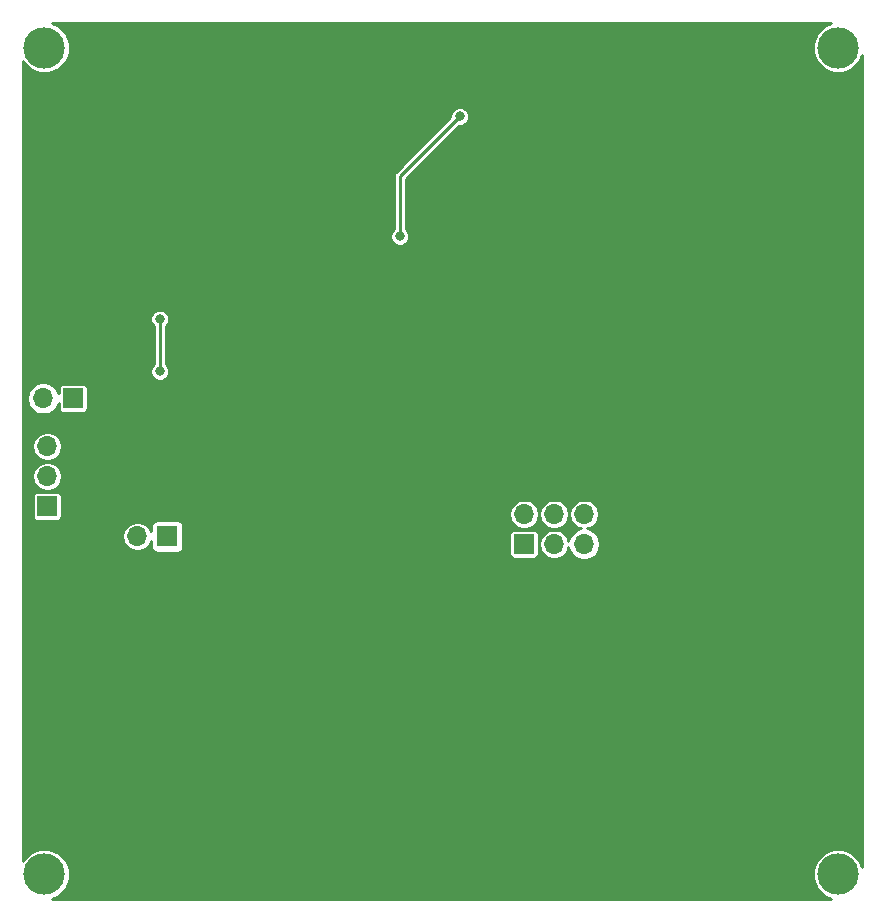
<source format=gbl>
G04 #@! TF.GenerationSoftware,KiCad,Pcbnew,5.0.2-bee76a0~70~ubuntu18.04.1*
G04 #@! TF.CreationDate,2018-12-13T21:58:58+02:00*
G04 #@! TF.ProjectId,component_tester_adapter,636f6d70-6f6e-4656-9e74-5f7465737465,rev?*
G04 #@! TF.SameCoordinates,Original*
G04 #@! TF.FileFunction,Copper,L2,Bot*
G04 #@! TF.FilePolarity,Positive*
%FSLAX46Y46*%
G04 Gerber Fmt 4.6, Leading zero omitted, Abs format (unit mm)*
G04 Created by KiCad (PCBNEW 5.0.2-bee76a0~70~ubuntu18.04.1) date Thu 13 Dec 2018 09:58:58 PM EET*
%MOMM*%
%LPD*%
G01*
G04 APERTURE LIST*
G04 #@! TA.AperFunction,ComponentPad*
%ADD10O,1.700000X1.700000*%
G04 #@! TD*
G04 #@! TA.AperFunction,ComponentPad*
%ADD11R,1.700000X1.700000*%
G04 #@! TD*
G04 #@! TA.AperFunction,ViaPad*
%ADD12C,3.500000*%
G04 #@! TD*
G04 #@! TA.AperFunction,ViaPad*
%ADD13C,0.800000*%
G04 #@! TD*
G04 #@! TA.AperFunction,ViaPad*
%ADD14C,1.200000*%
G04 #@! TD*
G04 #@! TA.AperFunction,Conductor*
%ADD15C,0.250000*%
G04 #@! TD*
G04 #@! TA.AperFunction,Conductor*
%ADD16C,0.254000*%
G04 #@! TD*
G04 APERTURE END LIST*
D10*
G04 #@! TO.P,J3,2*
G04 #@! TO.N,Net-(J3-Pad2)*
X142875000Y-85725000D03*
D11*
G04 #@! TO.P,J3,1*
G04 #@! TO.N,GND*
X145415000Y-85725000D03*
G04 #@! TD*
G04 #@! TO.P,J4,1*
G04 #@! TO.N,+9V*
X137455000Y-74040000D03*
D10*
G04 #@! TO.P,J4,2*
G04 #@! TO.N,GND*
X134915000Y-74040000D03*
G04 #@! TD*
D11*
G04 #@! TO.P,SW1,1*
G04 #@! TO.N,Net-(SW1-Pad1)*
X135255000Y-83185000D03*
D10*
G04 #@! TO.P,SW1,2*
G04 #@! TO.N,Net-(J3-Pad2)*
X135255000Y-80645000D03*
G04 #@! TO.P,SW1,3*
G04 #@! TO.N,+BATT*
X135255000Y-78105000D03*
G04 #@! TD*
D11*
G04 #@! TO.P,J2,1*
G04 #@! TO.N,Net-(C1-Pad1)*
X175635000Y-86380000D03*
D10*
G04 #@! TO.P,J2,2*
G04 #@! TO.N,Net-(J2-Pad2)*
X175635000Y-83840000D03*
G04 #@! TO.P,J2,3*
G04 #@! TO.N,Net-(J2-Pad3)*
X178175000Y-86380000D03*
G04 #@! TO.P,J2,4*
G04 #@! TO.N,Net-(J2-Pad4)*
X178175000Y-83840000D03*
G04 #@! TO.P,J2,5*
G04 #@! TO.N,GND*
X180715000Y-86380000D03*
G04 #@! TO.P,J2,6*
G04 #@! TO.N,Net-(J2-Pad6)*
X180715000Y-83840000D03*
G04 #@! TD*
D12*
G04 #@! TO.N,*
X135015000Y-44340000D03*
X202215000Y-44340000D03*
X202215000Y-114340000D03*
X135015000Y-114340000D03*
D13*
G04 #@! TO.N,GND*
X154305000Y-76835000D03*
X151765000Y-64770000D03*
X136525000Y-64770000D03*
X146050000Y-59690000D03*
X158750000Y-48260000D03*
X174625000Y-50165000D03*
X173990000Y-64770000D03*
X155575000Y-58420000D03*
X185420000Y-74930000D03*
X154305000Y-85725000D03*
X141605000Y-71755000D03*
D14*
X158750000Y-114935000D03*
X189865000Y-114935000D03*
X189865000Y-86360000D03*
X158750000Y-86360000D03*
X197485000Y-94615000D03*
X148590000Y-94615000D03*
X148590000Y-107950000D03*
X197485000Y-107950000D03*
D13*
G04 #@! TO.N,+BATT*
X144780000Y-71755000D03*
X144780000Y-67310000D03*
G04 #@! TO.N,Net-(C1-Pad1)*
X170180000Y-50165000D03*
X165100000Y-60325000D03*
G04 #@! TD*
D15*
G04 #@! TO.N,+BATT*
X144780000Y-71755000D02*
X144780000Y-67945000D01*
X144780000Y-67945000D02*
X144780000Y-67310000D01*
G04 #@! TO.N,Net-(C1-Pad1)*
X170180000Y-50165000D02*
X165100000Y-55245000D01*
X165100000Y-55245000D02*
X165100000Y-60325000D01*
G04 #@! TD*
D16*
G04 #@! TO.N,GND*
G36*
X201007885Y-42533425D02*
X200408425Y-43132885D01*
X200084000Y-43916118D01*
X200084000Y-44763882D01*
X200408425Y-45547115D01*
X201007885Y-46146575D01*
X201791118Y-46471000D01*
X202638882Y-46471000D01*
X203422115Y-46146575D01*
X204021575Y-45547115D01*
X204259001Y-44973917D01*
X204259000Y-113706081D01*
X204021575Y-113132885D01*
X203422115Y-112533425D01*
X202638882Y-112209000D01*
X201791118Y-112209000D01*
X201007885Y-112533425D01*
X200408425Y-113132885D01*
X200084000Y-113916118D01*
X200084000Y-114763882D01*
X200408425Y-115547115D01*
X201007885Y-116146575D01*
X201581081Y-116384000D01*
X135648919Y-116384000D01*
X136222115Y-116146575D01*
X136821575Y-115547115D01*
X137146000Y-114763882D01*
X137146000Y-113916118D01*
X136821575Y-113132885D01*
X136222115Y-112533425D01*
X135438882Y-112209000D01*
X134591118Y-112209000D01*
X133807885Y-112533425D01*
X133208425Y-113132885D01*
X133171000Y-113223237D01*
X133171000Y-85725000D01*
X141619884Y-85725000D01*
X141715424Y-86205312D01*
X141987499Y-86612501D01*
X142394688Y-86884576D01*
X142753761Y-86956000D01*
X142996239Y-86956000D01*
X143355312Y-86884576D01*
X143762501Y-86612501D01*
X144034576Y-86205312D01*
X144047048Y-86142611D01*
X144047048Y-86575000D01*
X144086475Y-86773212D01*
X144198753Y-86941247D01*
X144366788Y-87053525D01*
X144565000Y-87092952D01*
X146265000Y-87092952D01*
X146463212Y-87053525D01*
X146631247Y-86941247D01*
X146743525Y-86773212D01*
X146782952Y-86575000D01*
X146782952Y-85530000D01*
X174396536Y-85530000D01*
X174396536Y-87230000D01*
X174426106Y-87378659D01*
X174510314Y-87504686D01*
X174636341Y-87588894D01*
X174785000Y-87618464D01*
X176485000Y-87618464D01*
X176633659Y-87588894D01*
X176759686Y-87504686D01*
X176843894Y-87378659D01*
X176873464Y-87230000D01*
X176873464Y-86380000D01*
X176919884Y-86380000D01*
X177015424Y-86860312D01*
X177287499Y-87267501D01*
X177694688Y-87539576D01*
X178053761Y-87611000D01*
X178296239Y-87611000D01*
X178655312Y-87539576D01*
X179062501Y-87267501D01*
X179334576Y-86860312D01*
X179380256Y-86630663D01*
X179435793Y-86909865D01*
X179735937Y-87359063D01*
X180185135Y-87659207D01*
X180581253Y-87738000D01*
X180848747Y-87738000D01*
X181244865Y-87659207D01*
X181694063Y-87359063D01*
X181994207Y-86909865D01*
X182099604Y-86380000D01*
X181994207Y-85850135D01*
X181694063Y-85400937D01*
X181244865Y-85100793D01*
X180965663Y-85045256D01*
X181195312Y-84999576D01*
X181602501Y-84727501D01*
X181874576Y-84320312D01*
X181970116Y-83840000D01*
X181874576Y-83359688D01*
X181602501Y-82952499D01*
X181195312Y-82680424D01*
X180836239Y-82609000D01*
X180593761Y-82609000D01*
X180234688Y-82680424D01*
X179827499Y-82952499D01*
X179555424Y-83359688D01*
X179459884Y-83840000D01*
X179555424Y-84320312D01*
X179827499Y-84727501D01*
X180234688Y-84999576D01*
X180464337Y-85045256D01*
X180185135Y-85100793D01*
X179735937Y-85400937D01*
X179435793Y-85850135D01*
X179380256Y-86129337D01*
X179334576Y-85899688D01*
X179062501Y-85492499D01*
X178655312Y-85220424D01*
X178296239Y-85149000D01*
X178053761Y-85149000D01*
X177694688Y-85220424D01*
X177287499Y-85492499D01*
X177015424Y-85899688D01*
X176919884Y-86380000D01*
X176873464Y-86380000D01*
X176873464Y-85530000D01*
X176843894Y-85381341D01*
X176759686Y-85255314D01*
X176633659Y-85171106D01*
X176485000Y-85141536D01*
X174785000Y-85141536D01*
X174636341Y-85171106D01*
X174510314Y-85255314D01*
X174426106Y-85381341D01*
X174396536Y-85530000D01*
X146782952Y-85530000D01*
X146782952Y-84875000D01*
X146743525Y-84676788D01*
X146631247Y-84508753D01*
X146463212Y-84396475D01*
X146265000Y-84357048D01*
X144565000Y-84357048D01*
X144366788Y-84396475D01*
X144198753Y-84508753D01*
X144086475Y-84676788D01*
X144047048Y-84875000D01*
X144047048Y-85307389D01*
X144034576Y-85244688D01*
X143762501Y-84837499D01*
X143355312Y-84565424D01*
X142996239Y-84494000D01*
X142753761Y-84494000D01*
X142394688Y-84565424D01*
X141987499Y-84837499D01*
X141715424Y-85244688D01*
X141619884Y-85725000D01*
X133171000Y-85725000D01*
X133171000Y-82335000D01*
X134016536Y-82335000D01*
X134016536Y-84035000D01*
X134046106Y-84183659D01*
X134130314Y-84309686D01*
X134256341Y-84393894D01*
X134405000Y-84423464D01*
X136105000Y-84423464D01*
X136253659Y-84393894D01*
X136379686Y-84309686D01*
X136463894Y-84183659D01*
X136493464Y-84035000D01*
X136493464Y-83840000D01*
X174379884Y-83840000D01*
X174475424Y-84320312D01*
X174747499Y-84727501D01*
X175154688Y-84999576D01*
X175513761Y-85071000D01*
X175756239Y-85071000D01*
X176115312Y-84999576D01*
X176522501Y-84727501D01*
X176794576Y-84320312D01*
X176890116Y-83840000D01*
X176919884Y-83840000D01*
X177015424Y-84320312D01*
X177287499Y-84727501D01*
X177694688Y-84999576D01*
X178053761Y-85071000D01*
X178296239Y-85071000D01*
X178655312Y-84999576D01*
X179062501Y-84727501D01*
X179334576Y-84320312D01*
X179430116Y-83840000D01*
X179334576Y-83359688D01*
X179062501Y-82952499D01*
X178655312Y-82680424D01*
X178296239Y-82609000D01*
X178053761Y-82609000D01*
X177694688Y-82680424D01*
X177287499Y-82952499D01*
X177015424Y-83359688D01*
X176919884Y-83840000D01*
X176890116Y-83840000D01*
X176794576Y-83359688D01*
X176522501Y-82952499D01*
X176115312Y-82680424D01*
X175756239Y-82609000D01*
X175513761Y-82609000D01*
X175154688Y-82680424D01*
X174747499Y-82952499D01*
X174475424Y-83359688D01*
X174379884Y-83840000D01*
X136493464Y-83840000D01*
X136493464Y-82335000D01*
X136463894Y-82186341D01*
X136379686Y-82060314D01*
X136253659Y-81976106D01*
X136105000Y-81946536D01*
X134405000Y-81946536D01*
X134256341Y-81976106D01*
X134130314Y-82060314D01*
X134046106Y-82186341D01*
X134016536Y-82335000D01*
X133171000Y-82335000D01*
X133171000Y-80645000D01*
X133999884Y-80645000D01*
X134095424Y-81125312D01*
X134367499Y-81532501D01*
X134774688Y-81804576D01*
X135133761Y-81876000D01*
X135376239Y-81876000D01*
X135735312Y-81804576D01*
X136142501Y-81532501D01*
X136414576Y-81125312D01*
X136510116Y-80645000D01*
X136414576Y-80164688D01*
X136142501Y-79757499D01*
X135735312Y-79485424D01*
X135376239Y-79414000D01*
X135133761Y-79414000D01*
X134774688Y-79485424D01*
X134367499Y-79757499D01*
X134095424Y-80164688D01*
X133999884Y-80645000D01*
X133171000Y-80645000D01*
X133171000Y-78105000D01*
X133999884Y-78105000D01*
X134095424Y-78585312D01*
X134367499Y-78992501D01*
X134774688Y-79264576D01*
X135133761Y-79336000D01*
X135376239Y-79336000D01*
X135735312Y-79264576D01*
X136142501Y-78992501D01*
X136414576Y-78585312D01*
X136510116Y-78105000D01*
X136414576Y-77624688D01*
X136142501Y-77217499D01*
X135735312Y-76945424D01*
X135376239Y-76874000D01*
X135133761Y-76874000D01*
X134774688Y-76945424D01*
X134367499Y-77217499D01*
X134095424Y-77624688D01*
X133999884Y-78105000D01*
X133171000Y-78105000D01*
X133171000Y-74040000D01*
X133530396Y-74040000D01*
X133635793Y-74569865D01*
X133935937Y-75019063D01*
X134385135Y-75319207D01*
X134781253Y-75398000D01*
X135048747Y-75398000D01*
X135444865Y-75319207D01*
X135894063Y-75019063D01*
X136194207Y-74569865D01*
X136216536Y-74457610D01*
X136216536Y-74890000D01*
X136246106Y-75038659D01*
X136330314Y-75164686D01*
X136456341Y-75248894D01*
X136605000Y-75278464D01*
X138305000Y-75278464D01*
X138453659Y-75248894D01*
X138579686Y-75164686D01*
X138663894Y-75038659D01*
X138693464Y-74890000D01*
X138693464Y-73190000D01*
X138663894Y-73041341D01*
X138579686Y-72915314D01*
X138453659Y-72831106D01*
X138305000Y-72801536D01*
X136605000Y-72801536D01*
X136456341Y-72831106D01*
X136330314Y-72915314D01*
X136246106Y-73041341D01*
X136216536Y-73190000D01*
X136216536Y-73622390D01*
X136194207Y-73510135D01*
X135894063Y-73060937D01*
X135444865Y-72760793D01*
X135048747Y-72682000D01*
X134781253Y-72682000D01*
X134385135Y-72760793D01*
X133935937Y-73060937D01*
X133635793Y-73510135D01*
X133530396Y-74040000D01*
X133171000Y-74040000D01*
X133171000Y-67154649D01*
X143999000Y-67154649D01*
X143999000Y-67465351D01*
X144117900Y-67752401D01*
X144274000Y-67908501D01*
X144274000Y-67994834D01*
X144274001Y-67994839D01*
X144274000Y-71156499D01*
X144117900Y-71312599D01*
X143999000Y-71599649D01*
X143999000Y-71910351D01*
X144117900Y-72197401D01*
X144337599Y-72417100D01*
X144624649Y-72536000D01*
X144935351Y-72536000D01*
X145222401Y-72417100D01*
X145442100Y-72197401D01*
X145561000Y-71910351D01*
X145561000Y-71599649D01*
X145442100Y-71312599D01*
X145286000Y-71156499D01*
X145286000Y-67908501D01*
X145442100Y-67752401D01*
X145561000Y-67465351D01*
X145561000Y-67154649D01*
X145442100Y-66867599D01*
X145222401Y-66647900D01*
X144935351Y-66529000D01*
X144624649Y-66529000D01*
X144337599Y-66647900D01*
X144117900Y-66867599D01*
X143999000Y-67154649D01*
X133171000Y-67154649D01*
X133171000Y-60169649D01*
X164319000Y-60169649D01*
X164319000Y-60480351D01*
X164437900Y-60767401D01*
X164657599Y-60987100D01*
X164944649Y-61106000D01*
X165255351Y-61106000D01*
X165542401Y-60987100D01*
X165762100Y-60767401D01*
X165881000Y-60480351D01*
X165881000Y-60169649D01*
X165762100Y-59882599D01*
X165606000Y-59726499D01*
X165606000Y-55454591D01*
X170114592Y-50946000D01*
X170335351Y-50946000D01*
X170622401Y-50827100D01*
X170842100Y-50607401D01*
X170961000Y-50320351D01*
X170961000Y-50009649D01*
X170842100Y-49722599D01*
X170622401Y-49502900D01*
X170335351Y-49384000D01*
X170024649Y-49384000D01*
X169737599Y-49502900D01*
X169517900Y-49722599D01*
X169399000Y-50009649D01*
X169399000Y-50230408D01*
X164777448Y-54851961D01*
X164735194Y-54880194D01*
X164623359Y-55047570D01*
X164594514Y-55192580D01*
X164584087Y-55245000D01*
X164594000Y-55294834D01*
X164594001Y-59726498D01*
X164437900Y-59882599D01*
X164319000Y-60169649D01*
X133171000Y-60169649D01*
X133171000Y-45456763D01*
X133208425Y-45547115D01*
X133807885Y-46146575D01*
X134591118Y-46471000D01*
X135438882Y-46471000D01*
X136222115Y-46146575D01*
X136821575Y-45547115D01*
X137146000Y-44763882D01*
X137146000Y-43916118D01*
X136821575Y-43132885D01*
X136222115Y-42533425D01*
X135648919Y-42296000D01*
X201581081Y-42296000D01*
X201007885Y-42533425D01*
X201007885Y-42533425D01*
G37*
X201007885Y-42533425D02*
X200408425Y-43132885D01*
X200084000Y-43916118D01*
X200084000Y-44763882D01*
X200408425Y-45547115D01*
X201007885Y-46146575D01*
X201791118Y-46471000D01*
X202638882Y-46471000D01*
X203422115Y-46146575D01*
X204021575Y-45547115D01*
X204259001Y-44973917D01*
X204259000Y-113706081D01*
X204021575Y-113132885D01*
X203422115Y-112533425D01*
X202638882Y-112209000D01*
X201791118Y-112209000D01*
X201007885Y-112533425D01*
X200408425Y-113132885D01*
X200084000Y-113916118D01*
X200084000Y-114763882D01*
X200408425Y-115547115D01*
X201007885Y-116146575D01*
X201581081Y-116384000D01*
X135648919Y-116384000D01*
X136222115Y-116146575D01*
X136821575Y-115547115D01*
X137146000Y-114763882D01*
X137146000Y-113916118D01*
X136821575Y-113132885D01*
X136222115Y-112533425D01*
X135438882Y-112209000D01*
X134591118Y-112209000D01*
X133807885Y-112533425D01*
X133208425Y-113132885D01*
X133171000Y-113223237D01*
X133171000Y-85725000D01*
X141619884Y-85725000D01*
X141715424Y-86205312D01*
X141987499Y-86612501D01*
X142394688Y-86884576D01*
X142753761Y-86956000D01*
X142996239Y-86956000D01*
X143355312Y-86884576D01*
X143762501Y-86612501D01*
X144034576Y-86205312D01*
X144047048Y-86142611D01*
X144047048Y-86575000D01*
X144086475Y-86773212D01*
X144198753Y-86941247D01*
X144366788Y-87053525D01*
X144565000Y-87092952D01*
X146265000Y-87092952D01*
X146463212Y-87053525D01*
X146631247Y-86941247D01*
X146743525Y-86773212D01*
X146782952Y-86575000D01*
X146782952Y-85530000D01*
X174396536Y-85530000D01*
X174396536Y-87230000D01*
X174426106Y-87378659D01*
X174510314Y-87504686D01*
X174636341Y-87588894D01*
X174785000Y-87618464D01*
X176485000Y-87618464D01*
X176633659Y-87588894D01*
X176759686Y-87504686D01*
X176843894Y-87378659D01*
X176873464Y-87230000D01*
X176873464Y-86380000D01*
X176919884Y-86380000D01*
X177015424Y-86860312D01*
X177287499Y-87267501D01*
X177694688Y-87539576D01*
X178053761Y-87611000D01*
X178296239Y-87611000D01*
X178655312Y-87539576D01*
X179062501Y-87267501D01*
X179334576Y-86860312D01*
X179380256Y-86630663D01*
X179435793Y-86909865D01*
X179735937Y-87359063D01*
X180185135Y-87659207D01*
X180581253Y-87738000D01*
X180848747Y-87738000D01*
X181244865Y-87659207D01*
X181694063Y-87359063D01*
X181994207Y-86909865D01*
X182099604Y-86380000D01*
X181994207Y-85850135D01*
X181694063Y-85400937D01*
X181244865Y-85100793D01*
X180965663Y-85045256D01*
X181195312Y-84999576D01*
X181602501Y-84727501D01*
X181874576Y-84320312D01*
X181970116Y-83840000D01*
X181874576Y-83359688D01*
X181602501Y-82952499D01*
X181195312Y-82680424D01*
X180836239Y-82609000D01*
X180593761Y-82609000D01*
X180234688Y-82680424D01*
X179827499Y-82952499D01*
X179555424Y-83359688D01*
X179459884Y-83840000D01*
X179555424Y-84320312D01*
X179827499Y-84727501D01*
X180234688Y-84999576D01*
X180464337Y-85045256D01*
X180185135Y-85100793D01*
X179735937Y-85400937D01*
X179435793Y-85850135D01*
X179380256Y-86129337D01*
X179334576Y-85899688D01*
X179062501Y-85492499D01*
X178655312Y-85220424D01*
X178296239Y-85149000D01*
X178053761Y-85149000D01*
X177694688Y-85220424D01*
X177287499Y-85492499D01*
X177015424Y-85899688D01*
X176919884Y-86380000D01*
X176873464Y-86380000D01*
X176873464Y-85530000D01*
X176843894Y-85381341D01*
X176759686Y-85255314D01*
X176633659Y-85171106D01*
X176485000Y-85141536D01*
X174785000Y-85141536D01*
X174636341Y-85171106D01*
X174510314Y-85255314D01*
X174426106Y-85381341D01*
X174396536Y-85530000D01*
X146782952Y-85530000D01*
X146782952Y-84875000D01*
X146743525Y-84676788D01*
X146631247Y-84508753D01*
X146463212Y-84396475D01*
X146265000Y-84357048D01*
X144565000Y-84357048D01*
X144366788Y-84396475D01*
X144198753Y-84508753D01*
X144086475Y-84676788D01*
X144047048Y-84875000D01*
X144047048Y-85307389D01*
X144034576Y-85244688D01*
X143762501Y-84837499D01*
X143355312Y-84565424D01*
X142996239Y-84494000D01*
X142753761Y-84494000D01*
X142394688Y-84565424D01*
X141987499Y-84837499D01*
X141715424Y-85244688D01*
X141619884Y-85725000D01*
X133171000Y-85725000D01*
X133171000Y-82335000D01*
X134016536Y-82335000D01*
X134016536Y-84035000D01*
X134046106Y-84183659D01*
X134130314Y-84309686D01*
X134256341Y-84393894D01*
X134405000Y-84423464D01*
X136105000Y-84423464D01*
X136253659Y-84393894D01*
X136379686Y-84309686D01*
X136463894Y-84183659D01*
X136493464Y-84035000D01*
X136493464Y-83840000D01*
X174379884Y-83840000D01*
X174475424Y-84320312D01*
X174747499Y-84727501D01*
X175154688Y-84999576D01*
X175513761Y-85071000D01*
X175756239Y-85071000D01*
X176115312Y-84999576D01*
X176522501Y-84727501D01*
X176794576Y-84320312D01*
X176890116Y-83840000D01*
X176919884Y-83840000D01*
X177015424Y-84320312D01*
X177287499Y-84727501D01*
X177694688Y-84999576D01*
X178053761Y-85071000D01*
X178296239Y-85071000D01*
X178655312Y-84999576D01*
X179062501Y-84727501D01*
X179334576Y-84320312D01*
X179430116Y-83840000D01*
X179334576Y-83359688D01*
X179062501Y-82952499D01*
X178655312Y-82680424D01*
X178296239Y-82609000D01*
X178053761Y-82609000D01*
X177694688Y-82680424D01*
X177287499Y-82952499D01*
X177015424Y-83359688D01*
X176919884Y-83840000D01*
X176890116Y-83840000D01*
X176794576Y-83359688D01*
X176522501Y-82952499D01*
X176115312Y-82680424D01*
X175756239Y-82609000D01*
X175513761Y-82609000D01*
X175154688Y-82680424D01*
X174747499Y-82952499D01*
X174475424Y-83359688D01*
X174379884Y-83840000D01*
X136493464Y-83840000D01*
X136493464Y-82335000D01*
X136463894Y-82186341D01*
X136379686Y-82060314D01*
X136253659Y-81976106D01*
X136105000Y-81946536D01*
X134405000Y-81946536D01*
X134256341Y-81976106D01*
X134130314Y-82060314D01*
X134046106Y-82186341D01*
X134016536Y-82335000D01*
X133171000Y-82335000D01*
X133171000Y-80645000D01*
X133999884Y-80645000D01*
X134095424Y-81125312D01*
X134367499Y-81532501D01*
X134774688Y-81804576D01*
X135133761Y-81876000D01*
X135376239Y-81876000D01*
X135735312Y-81804576D01*
X136142501Y-81532501D01*
X136414576Y-81125312D01*
X136510116Y-80645000D01*
X136414576Y-80164688D01*
X136142501Y-79757499D01*
X135735312Y-79485424D01*
X135376239Y-79414000D01*
X135133761Y-79414000D01*
X134774688Y-79485424D01*
X134367499Y-79757499D01*
X134095424Y-80164688D01*
X133999884Y-80645000D01*
X133171000Y-80645000D01*
X133171000Y-78105000D01*
X133999884Y-78105000D01*
X134095424Y-78585312D01*
X134367499Y-78992501D01*
X134774688Y-79264576D01*
X135133761Y-79336000D01*
X135376239Y-79336000D01*
X135735312Y-79264576D01*
X136142501Y-78992501D01*
X136414576Y-78585312D01*
X136510116Y-78105000D01*
X136414576Y-77624688D01*
X136142501Y-77217499D01*
X135735312Y-76945424D01*
X135376239Y-76874000D01*
X135133761Y-76874000D01*
X134774688Y-76945424D01*
X134367499Y-77217499D01*
X134095424Y-77624688D01*
X133999884Y-78105000D01*
X133171000Y-78105000D01*
X133171000Y-74040000D01*
X133530396Y-74040000D01*
X133635793Y-74569865D01*
X133935937Y-75019063D01*
X134385135Y-75319207D01*
X134781253Y-75398000D01*
X135048747Y-75398000D01*
X135444865Y-75319207D01*
X135894063Y-75019063D01*
X136194207Y-74569865D01*
X136216536Y-74457610D01*
X136216536Y-74890000D01*
X136246106Y-75038659D01*
X136330314Y-75164686D01*
X136456341Y-75248894D01*
X136605000Y-75278464D01*
X138305000Y-75278464D01*
X138453659Y-75248894D01*
X138579686Y-75164686D01*
X138663894Y-75038659D01*
X138693464Y-74890000D01*
X138693464Y-73190000D01*
X138663894Y-73041341D01*
X138579686Y-72915314D01*
X138453659Y-72831106D01*
X138305000Y-72801536D01*
X136605000Y-72801536D01*
X136456341Y-72831106D01*
X136330314Y-72915314D01*
X136246106Y-73041341D01*
X136216536Y-73190000D01*
X136216536Y-73622390D01*
X136194207Y-73510135D01*
X135894063Y-73060937D01*
X135444865Y-72760793D01*
X135048747Y-72682000D01*
X134781253Y-72682000D01*
X134385135Y-72760793D01*
X133935937Y-73060937D01*
X133635793Y-73510135D01*
X133530396Y-74040000D01*
X133171000Y-74040000D01*
X133171000Y-67154649D01*
X143999000Y-67154649D01*
X143999000Y-67465351D01*
X144117900Y-67752401D01*
X144274000Y-67908501D01*
X144274000Y-67994834D01*
X144274001Y-67994839D01*
X144274000Y-71156499D01*
X144117900Y-71312599D01*
X143999000Y-71599649D01*
X143999000Y-71910351D01*
X144117900Y-72197401D01*
X144337599Y-72417100D01*
X144624649Y-72536000D01*
X144935351Y-72536000D01*
X145222401Y-72417100D01*
X145442100Y-72197401D01*
X145561000Y-71910351D01*
X145561000Y-71599649D01*
X145442100Y-71312599D01*
X145286000Y-71156499D01*
X145286000Y-67908501D01*
X145442100Y-67752401D01*
X145561000Y-67465351D01*
X145561000Y-67154649D01*
X145442100Y-66867599D01*
X145222401Y-66647900D01*
X144935351Y-66529000D01*
X144624649Y-66529000D01*
X144337599Y-66647900D01*
X144117900Y-66867599D01*
X143999000Y-67154649D01*
X133171000Y-67154649D01*
X133171000Y-60169649D01*
X164319000Y-60169649D01*
X164319000Y-60480351D01*
X164437900Y-60767401D01*
X164657599Y-60987100D01*
X164944649Y-61106000D01*
X165255351Y-61106000D01*
X165542401Y-60987100D01*
X165762100Y-60767401D01*
X165881000Y-60480351D01*
X165881000Y-60169649D01*
X165762100Y-59882599D01*
X165606000Y-59726499D01*
X165606000Y-55454591D01*
X170114592Y-50946000D01*
X170335351Y-50946000D01*
X170622401Y-50827100D01*
X170842100Y-50607401D01*
X170961000Y-50320351D01*
X170961000Y-50009649D01*
X170842100Y-49722599D01*
X170622401Y-49502900D01*
X170335351Y-49384000D01*
X170024649Y-49384000D01*
X169737599Y-49502900D01*
X169517900Y-49722599D01*
X169399000Y-50009649D01*
X169399000Y-50230408D01*
X164777448Y-54851961D01*
X164735194Y-54880194D01*
X164623359Y-55047570D01*
X164594514Y-55192580D01*
X164584087Y-55245000D01*
X164594000Y-55294834D01*
X164594001Y-59726498D01*
X164437900Y-59882599D01*
X164319000Y-60169649D01*
X133171000Y-60169649D01*
X133171000Y-45456763D01*
X133208425Y-45547115D01*
X133807885Y-46146575D01*
X134591118Y-46471000D01*
X135438882Y-46471000D01*
X136222115Y-46146575D01*
X136821575Y-45547115D01*
X137146000Y-44763882D01*
X137146000Y-43916118D01*
X136821575Y-43132885D01*
X136222115Y-42533425D01*
X135648919Y-42296000D01*
X201581081Y-42296000D01*
X201007885Y-42533425D01*
G04 #@! TD*
M02*

</source>
